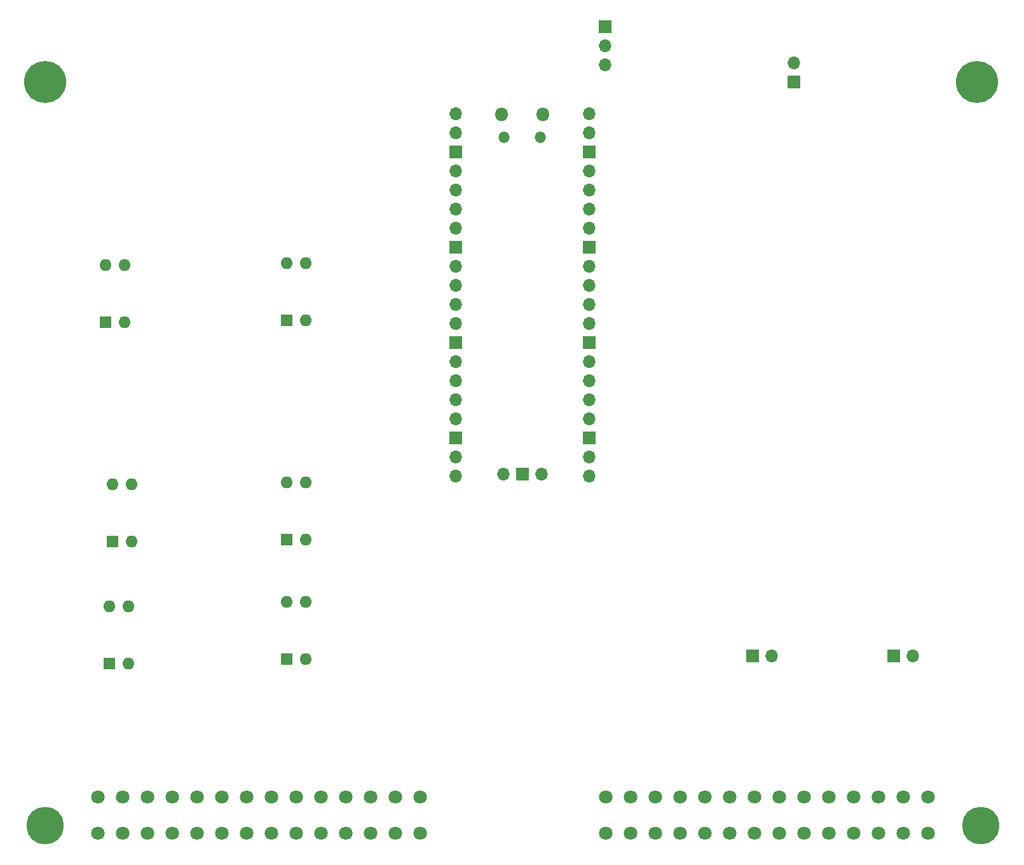
<source format=gbs>
%TF.GenerationSoftware,KiCad,Pcbnew,7.0.1-0*%
%TF.CreationDate,2023-08-06T23:45:38+01:00*%
%TF.ProjectId,chademo-charge-controller,63686164-656d-46f2-9d63-68617267652d,rev?*%
%TF.SameCoordinates,Original*%
%TF.FileFunction,Soldermask,Bot*%
%TF.FilePolarity,Negative*%
%FSLAX46Y46*%
G04 Gerber Fmt 4.6, Leading zero omitted, Abs format (unit mm)*
G04 Created by KiCad (PCBNEW 7.0.1-0) date 2023-08-06 23:45:38*
%MOMM*%
%LPD*%
G01*
G04 APERTURE LIST*
%ADD10R,1.600000X1.600000*%
%ADD11O,1.600000X1.600000*%
%ADD12C,1.800000*%
%ADD13C,5.000000*%
%ADD14R,1.700000X1.700000*%
%ADD15O,1.700000X1.700000*%
%ADD16C,5.600000*%
%ADD17O,1.800000X1.800000*%
%ADD18O,1.500000X1.500000*%
G04 APERTURE END LIST*
D10*
%TO.C,U7*%
X137922000Y-70866000D03*
D11*
X140462000Y-70866000D03*
X140462000Y-63246000D03*
X137922000Y-63246000D03*
%TD*%
D10*
%TO.C,U6*%
X137922000Y-100076000D03*
D11*
X140462000Y-100076000D03*
X140462000Y-92456000D03*
X137922000Y-92456000D03*
%TD*%
D12*
%TO.C,J2*%
X112778000Y-134376000D03*
X116078000Y-134376000D03*
X119378000Y-134376000D03*
X122678000Y-134376000D03*
X125978000Y-134376000D03*
X129278000Y-134376000D03*
X132578000Y-134376000D03*
X135878000Y-134376000D03*
X139178000Y-134376000D03*
X142478000Y-134376000D03*
X145778000Y-134376000D03*
X149078000Y-134376000D03*
X152378000Y-134376000D03*
X155678000Y-134376000D03*
X180478000Y-134376000D03*
X183778000Y-134376000D03*
X187078000Y-134376000D03*
X190378000Y-134376000D03*
X193678000Y-134376000D03*
X196978000Y-134376000D03*
X200278000Y-134376000D03*
X203578000Y-134376000D03*
X206878000Y-134376000D03*
X210178000Y-134376000D03*
X213478000Y-134376000D03*
X216778000Y-134376000D03*
X220078000Y-134376000D03*
X223378000Y-134376000D03*
X112778000Y-139176000D03*
X116078000Y-139176000D03*
X119378000Y-139176000D03*
X122678000Y-139176000D03*
X125978000Y-139176000D03*
X129278000Y-139176000D03*
X132578000Y-139176000D03*
X135878000Y-139176000D03*
X139178000Y-139176000D03*
X142478000Y-139176000D03*
X145778000Y-139176000D03*
X149078000Y-139176000D03*
X152378000Y-139176000D03*
X155678000Y-139176000D03*
X180478000Y-139176000D03*
X183778000Y-139176000D03*
X187078000Y-139176000D03*
X190378000Y-139176000D03*
X193678000Y-139176000D03*
X196978000Y-139176000D03*
X200278000Y-139176000D03*
X203578000Y-139176000D03*
X206878000Y-139176000D03*
X210178000Y-139176000D03*
X213478000Y-139176000D03*
X216778000Y-139176000D03*
X220078000Y-139176000D03*
X223378000Y-139176000D03*
D13*
X105778000Y-138176000D03*
X230378000Y-138176000D03*
%TD*%
D10*
%TO.C,U2*%
X114751250Y-100320000D03*
D11*
X117291250Y-100320000D03*
X117291250Y-92700000D03*
X114751250Y-92700000D03*
%TD*%
D14*
%TO.C,J1*%
X180340000Y-31750000D03*
D15*
X180340000Y-34290000D03*
X180340000Y-36830000D03*
%TD*%
D14*
%TO.C,J3*%
X200020000Y-115570000D03*
D15*
X202560000Y-115570000D03*
%TD*%
D16*
%TO.C,H1*%
X105796570Y-39114133D03*
%TD*%
D10*
%TO.C,U5*%
X137897642Y-115998393D03*
D11*
X140437642Y-115998393D03*
X140437642Y-108378393D03*
X137897642Y-108378393D03*
%TD*%
D16*
%TO.C,H2*%
X229870000Y-39114133D03*
%TD*%
D17*
%TO.C,U1*%
X166591400Y-43462400D03*
D18*
X166891400Y-46492400D03*
X171741400Y-46492400D03*
D17*
X172041400Y-43462400D03*
D15*
X160426400Y-43332400D03*
X160426400Y-45872400D03*
D14*
X160426400Y-48412400D03*
D15*
X160426400Y-50952400D03*
X160426400Y-53492400D03*
X160426400Y-56032400D03*
X160426400Y-58572400D03*
D14*
X160426400Y-61112400D03*
D15*
X160426400Y-63652400D03*
X160426400Y-66192400D03*
X160426400Y-68732400D03*
X160426400Y-71272400D03*
D14*
X160426400Y-73812400D03*
D15*
X160426400Y-76352400D03*
X160426400Y-78892400D03*
X160426400Y-81432400D03*
X160426400Y-83972400D03*
D14*
X160426400Y-86512400D03*
D15*
X160426400Y-89052400D03*
X160426400Y-91592400D03*
X178206400Y-91592400D03*
X178206400Y-89052400D03*
D14*
X178206400Y-86512400D03*
D15*
X178206400Y-83972400D03*
X178206400Y-81432400D03*
X178206400Y-78892400D03*
X178206400Y-76352400D03*
D14*
X178206400Y-73812400D03*
D15*
X178206400Y-71272400D03*
X178206400Y-68732400D03*
X178206400Y-66192400D03*
X178206400Y-63652400D03*
D14*
X178206400Y-61112400D03*
D15*
X178206400Y-58572400D03*
X178206400Y-56032400D03*
X178206400Y-53492400D03*
X178206400Y-50952400D03*
D14*
X178206400Y-48412400D03*
D15*
X178206400Y-45872400D03*
X178206400Y-43332400D03*
X166776400Y-91362400D03*
D14*
X169316400Y-91362400D03*
D15*
X171856400Y-91362400D03*
%TD*%
D10*
%TO.C,U4*%
X113787000Y-71110000D03*
D11*
X116327000Y-71110000D03*
X116327000Y-63490000D03*
X113787000Y-63490000D03*
%TD*%
D10*
%TO.C,U3*%
X114300000Y-116586000D03*
D11*
X116840000Y-116586000D03*
X116840000Y-108966000D03*
X114300000Y-108966000D03*
%TD*%
D14*
%TO.C,J7*%
X205486000Y-39116000D03*
D15*
X205486000Y-36576000D03*
%TD*%
D14*
%TO.C,J8*%
X218793398Y-115570000D03*
D15*
X221333398Y-115570000D03*
%TD*%
M02*

</source>
